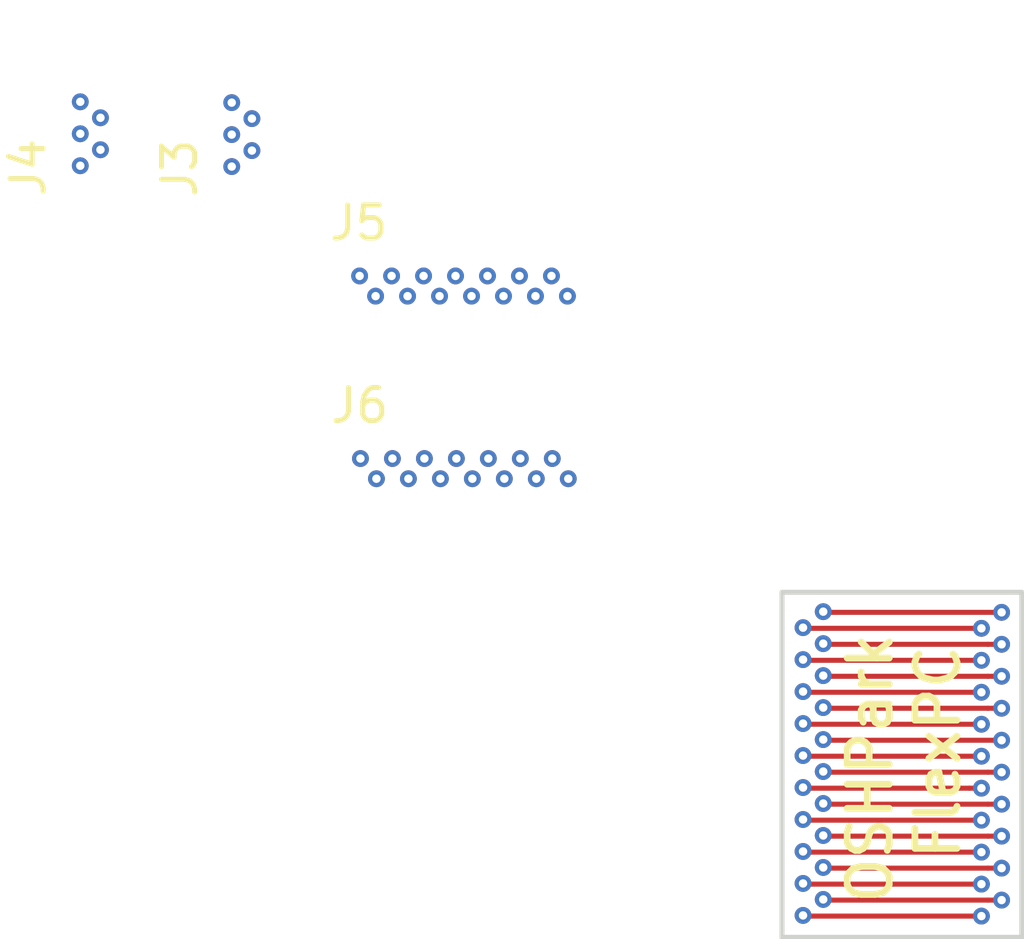
<source format=kicad_pcb>
(kicad_pcb (version 20171130) (host pcbnew "(5.1.0)-1")

  (general
    (thickness 1.6)
    (drawings 5)
    (tracks 29)
    (zones 0)
    (modules 6)
    (nets 40)
  )

  (page A4)
  (layers
    (0 F.Cu signal)
    (31 B.Cu signal)
    (32 B.Adhes user)
    (33 F.Adhes user)
    (34 B.Paste user)
    (35 F.Paste user)
    (36 B.SilkS user)
    (37 F.SilkS user)
    (38 B.Mask user)
    (39 F.Mask user)
    (40 Dwgs.User user)
    (41 Cmts.User user)
    (42 Eco1.User user)
    (43 Eco2.User user)
    (44 Edge.Cuts user)
    (45 Margin user)
    (46 B.CrtYd user)
    (47 F.CrtYd user)
    (48 B.Fab user)
    (49 F.Fab user)
  )

  (setup
    (last_trace_width 0.1524)
    (user_trace_width 0.1524)
    (user_trace_width 0.2032)
    (trace_clearance 0.127)
    (zone_clearance 0.508)
    (zone_45_only no)
    (trace_min 0.1524)
    (via_size 0.508)
    (via_drill 0.254)
    (via_min_size 0.508)
    (via_min_drill 0.254)
    (uvia_size 0.3)
    (uvia_drill 0.1)
    (uvias_allowed no)
    (uvia_min_size 0.2)
    (uvia_min_drill 0.1)
    (edge_width 0.15)
    (segment_width 0.2)
    (pcb_text_width 0.3)
    (pcb_text_size 1.5 1.5)
    (mod_edge_width 0.15)
    (mod_text_size 1 1)
    (mod_text_width 0.15)
    (pad_size 1.524 1.524)
    (pad_drill 0.762)
    (pad_to_mask_clearance 0.051)
    (solder_mask_min_width 0.25)
    (aux_axis_origin 0 0)
    (visible_elements 7FFFFFFF)
    (pcbplotparams
      (layerselection 0x010fc_ffffffff)
      (usegerberextensions false)
      (usegerberattributes false)
      (usegerberadvancedattributes false)
      (creategerberjobfile false)
      (excludeedgelayer true)
      (linewidth 0.100000)
      (plotframeref false)
      (viasonmask false)
      (mode 1)
      (useauxorigin false)
      (hpglpennumber 1)
      (hpglpenspeed 20)
      (hpglpendiameter 15.000000)
      (psnegative false)
      (psa4output false)
      (plotreference true)
      (plotvalue true)
      (plotinvisibletext false)
      (padsonsilk false)
      (subtractmaskfromsilk false)
      (outputformat 1)
      (mirror false)
      (drillshape 1)
      (scaleselection 1)
      (outputdirectory ""))
  )

  (net 0 "")
  (net 1 "Net-(J1-Pad1)")
  (net 2 "Net-(J1-Pad2)")
  (net 3 "Net-(J1-Pad3)")
  (net 4 "Net-(J1-Pad4)")
  (net 5 "Net-(J1-Pad5)")
  (net 6 "Net-(J1-Pad6)")
  (net 7 "Net-(J1-Pad7)")
  (net 8 "Net-(J1-Pad8)")
  (net 9 "Net-(J1-Pad9)")
  (net 10 "Net-(J1-Pad10)")
  (net 11 "Net-(J1-Pad11)")
  (net 12 "Net-(J1-Pad12)")
  (net 13 "Net-(J1-Pad13)")
  (net 14 "Net-(J1-Pad14)")
  (net 15 "Net-(J1-Pad15)")
  (net 16 "Net-(J1-Pad16)")
  (net 17 "Net-(J1-Pad17)")
  (net 18 "Net-(J1-Pad18)")
  (net 19 "Net-(J1-Pad19)")
  (net 20 "Net-(J1-Pad20)")
  (net 21 "Net-(J3-Pad5)")
  (net 22 "Net-(J3-Pad3)")
  (net 23 "Net-(J3-Pad4)")
  (net 24 "Net-(J3-Pad1)")
  (net 25 "Net-(J3-Pad2)")
  (net 26 "Net-(J5-Pad14)")
  (net 27 "Net-(J5-Pad13)")
  (net 28 "Net-(J5-Pad12)")
  (net 29 "Net-(J5-Pad11)")
  (net 30 "Net-(J5-Pad10)")
  (net 31 "Net-(J5-Pad9)")
  (net 32 "Net-(J5-Pad8)")
  (net 33 "Net-(J5-Pad7)")
  (net 34 "Net-(J5-Pad6)")
  (net 35 "Net-(J5-Pad5)")
  (net 36 "Net-(J5-Pad4)")
  (net 37 "Net-(J5-Pad3)")
  (net 38 "Net-(J5-Pad2)")
  (net 39 "Net-(J5-Pad1)")

  (net_class Default "This is the default net class."
    (clearance 0.127)
    (trace_width 0.1524)
    (via_dia 0.508)
    (via_drill 0.254)
    (uvia_dia 0.3)
    (uvia_drill 0.1)
    (add_net "Net-(J1-Pad1)")
    (add_net "Net-(J1-Pad10)")
    (add_net "Net-(J1-Pad11)")
    (add_net "Net-(J1-Pad12)")
    (add_net "Net-(J1-Pad13)")
    (add_net "Net-(J1-Pad14)")
    (add_net "Net-(J1-Pad15)")
    (add_net "Net-(J1-Pad16)")
    (add_net "Net-(J1-Pad17)")
    (add_net "Net-(J1-Pad18)")
    (add_net "Net-(J1-Pad19)")
    (add_net "Net-(J1-Pad2)")
    (add_net "Net-(J1-Pad20)")
    (add_net "Net-(J1-Pad3)")
    (add_net "Net-(J1-Pad4)")
    (add_net "Net-(J1-Pad5)")
    (add_net "Net-(J1-Pad6)")
    (add_net "Net-(J1-Pad7)")
    (add_net "Net-(J1-Pad8)")
    (add_net "Net-(J1-Pad9)")
    (add_net "Net-(J3-Pad1)")
    (add_net "Net-(J3-Pad2)")
    (add_net "Net-(J3-Pad3)")
    (add_net "Net-(J3-Pad4)")
    (add_net "Net-(J3-Pad5)")
    (add_net "Net-(J5-Pad1)")
    (add_net "Net-(J5-Pad10)")
    (add_net "Net-(J5-Pad11)")
    (add_net "Net-(J5-Pad12)")
    (add_net "Net-(J5-Pad13)")
    (add_net "Net-(J5-Pad14)")
    (add_net "Net-(J5-Pad2)")
    (add_net "Net-(J5-Pad3)")
    (add_net "Net-(J5-Pad4)")
    (add_net "Net-(J5-Pad5)")
    (add_net "Net-(J5-Pad6)")
    (add_net "Net-(J5-Pad7)")
    (add_net "Net-(J5-Pad8)")
    (add_net "Net-(J5-Pad9)")
  )

  (module .Connector:B2B_Flex_14_Dual_Row_38milx24mil_Hole_10milx20mil (layer F.Cu) (tedit 5C2C5B2C) (tstamp 5CC273E4)
    (at 26.6446 26.1874)
    (path /5CC82349)
    (fp_text reference J6 (at -0.0254 -1.6002) (layer F.SilkS)
      (effects (font (size 1 1) (thickness 0.15)))
    )
    (fp_text value Conn_01x14 (at 0.3556 3.048) (layer F.Fab)
      (effects (font (size 1 1) (thickness 0.15)))
    )
    (pad 14 thru_hole circle (at 6.273793 0.6096) (size 0.508 0.508) (drill 0.254) (layers *.Cu *.Mask)
      (net 26 "Net-(J5-Pad14)") (zone_connect 0))
    (pad 13 thru_hole circle (at 5.791194 0) (size 0.508 0.508) (drill 0.254) (layers *.Cu *.Mask)
      (net 27 "Net-(J5-Pad13)") (zone_connect 0))
    (pad 12 thru_hole circle (at 5.308594 0.6096) (size 0.508 0.508) (drill 0.254) (layers *.Cu *.Mask)
      (net 28 "Net-(J5-Pad12)") (zone_connect 0))
    (pad 11 thru_hole circle (at 4.825995 0) (size 0.508 0.508) (drill 0.254) (layers *.Cu *.Mask)
      (net 29 "Net-(J5-Pad11)") (zone_connect 0))
    (pad 10 thru_hole circle (at 4.343395 0.6096) (size 0.508 0.508) (drill 0.254) (layers *.Cu *.Mask)
      (net 30 "Net-(J5-Pad10)") (zone_connect 0))
    (pad 9 thru_hole circle (at 3.860796 0) (size 0.508 0.508) (drill 0.254) (layers *.Cu *.Mask)
      (net 31 "Net-(J5-Pad9)") (zone_connect 0))
    (pad 8 thru_hole circle (at 3.378196 0.6096) (size 0.508 0.508) (drill 0.254) (layers *.Cu *.Mask)
      (net 32 "Net-(J5-Pad8)") (zone_connect 0))
    (pad 7 thru_hole circle (at 2.895597 0) (size 0.508 0.508) (drill 0.254) (layers *.Cu *.Mask)
      (net 33 "Net-(J5-Pad7)") (zone_connect 0))
    (pad 6 thru_hole circle (at 2.412997 0.6096) (size 0.508 0.508) (drill 0.254) (layers *.Cu *.Mask)
      (net 34 "Net-(J5-Pad6)") (zone_connect 0))
    (pad 5 thru_hole circle (at 1.930398 0) (size 0.508 0.508) (drill 0.254) (layers *.Cu *.Mask)
      (net 35 "Net-(J5-Pad5)") (zone_connect 0))
    (pad 4 thru_hole circle (at 1.447798 0.6096) (size 0.508 0.508) (drill 0.254) (layers *.Cu *.Mask)
      (net 36 "Net-(J5-Pad4)") (zone_connect 0))
    (pad 3 thru_hole circle (at 0.965199 0) (size 0.508 0.508) (drill 0.254) (layers *.Cu *.Mask)
      (net 37 "Net-(J5-Pad3)") (zone_connect 0))
    (pad 2 thru_hole circle (at 0.482599 0.6096) (size 0.508 0.508) (drill 0.254) (layers *.Cu *.Mask)
      (net 38 "Net-(J5-Pad2)") (zone_connect 0))
    (pad 1 thru_hole circle (at 0 0) (size 0.508 0.508) (drill 0.254) (layers *.Cu *.Mask)
      (net 39 "Net-(J5-Pad1)") (zone_connect 0))
  )

  (module .Connector:B2B_Flex_14_Dual_Row_38milx24mil_Hole_10milx20mil (layer F.Cu) (tedit 5C2C5B2C) (tstamp 5CC273D2)
    (at 26.6192 20.6756)
    (path /5CC847F7)
    (fp_text reference J5 (at -0.0254 -1.6002) (layer F.SilkS)
      (effects (font (size 1 1) (thickness 0.15)))
    )
    (fp_text value Conn_01x14 (at 0.3556 3.048) (layer F.Fab)
      (effects (font (size 1 1) (thickness 0.15)))
    )
    (pad 14 thru_hole circle (at 6.273793 0.6096) (size 0.508 0.508) (drill 0.254) (layers *.Cu *.Mask)
      (net 26 "Net-(J5-Pad14)") (zone_connect 0))
    (pad 13 thru_hole circle (at 5.791194 0) (size 0.508 0.508) (drill 0.254) (layers *.Cu *.Mask)
      (net 27 "Net-(J5-Pad13)") (zone_connect 0))
    (pad 12 thru_hole circle (at 5.308594 0.6096) (size 0.508 0.508) (drill 0.254) (layers *.Cu *.Mask)
      (net 28 "Net-(J5-Pad12)") (zone_connect 0))
    (pad 11 thru_hole circle (at 4.825995 0) (size 0.508 0.508) (drill 0.254) (layers *.Cu *.Mask)
      (net 29 "Net-(J5-Pad11)") (zone_connect 0))
    (pad 10 thru_hole circle (at 4.343395 0.6096) (size 0.508 0.508) (drill 0.254) (layers *.Cu *.Mask)
      (net 30 "Net-(J5-Pad10)") (zone_connect 0))
    (pad 9 thru_hole circle (at 3.860796 0) (size 0.508 0.508) (drill 0.254) (layers *.Cu *.Mask)
      (net 31 "Net-(J5-Pad9)") (zone_connect 0))
    (pad 8 thru_hole circle (at 3.378196 0.6096) (size 0.508 0.508) (drill 0.254) (layers *.Cu *.Mask)
      (net 32 "Net-(J5-Pad8)") (zone_connect 0))
    (pad 7 thru_hole circle (at 2.895597 0) (size 0.508 0.508) (drill 0.254) (layers *.Cu *.Mask)
      (net 33 "Net-(J5-Pad7)") (zone_connect 0))
    (pad 6 thru_hole circle (at 2.412997 0.6096) (size 0.508 0.508) (drill 0.254) (layers *.Cu *.Mask)
      (net 34 "Net-(J5-Pad6)") (zone_connect 0))
    (pad 5 thru_hole circle (at 1.930398 0) (size 0.508 0.508) (drill 0.254) (layers *.Cu *.Mask)
      (net 35 "Net-(J5-Pad5)") (zone_connect 0))
    (pad 4 thru_hole circle (at 1.447798 0.6096) (size 0.508 0.508) (drill 0.254) (layers *.Cu *.Mask)
      (net 36 "Net-(J5-Pad4)") (zone_connect 0))
    (pad 3 thru_hole circle (at 0.965199 0) (size 0.508 0.508) (drill 0.254) (layers *.Cu *.Mask)
      (net 37 "Net-(J5-Pad3)") (zone_connect 0))
    (pad 2 thru_hole circle (at 0.482599 0.6096) (size 0.508 0.508) (drill 0.254) (layers *.Cu *.Mask)
      (net 38 "Net-(J5-Pad2)") (zone_connect 0))
    (pad 1 thru_hole circle (at 0 0) (size 0.508 0.508) (drill 0.254) (layers *.Cu *.Mask)
      (net 39 "Net-(J5-Pad1)") (zone_connect 0))
  )

  (module .Connector:B2B_Flex_05_Dual_Row_38milx24mil_Hole_20mil (layer F.Cu) (tedit 5CC220E5) (tstamp 5CC273C0)
    (at 18.2118 17.3736 90)
    (path /5CC945E9)
    (fp_text reference J4 (at -0.0254 -1.6002 90) (layer F.SilkS)
      (effects (font (size 1 1) (thickness 0.15)))
    )
    (fp_text value Conn_01x05 (at 0.3556 3.048 90) (layer F.Fab)
      (effects (font (size 1 1) (thickness 0.15)))
    )
    (pad 5 thru_hole circle (at 1.955398 -0.025 90) (size 0.508 0.508) (drill 0.254) (layers *.Cu *.Mask)
      (net 21 "Net-(J3-Pad5)") (zone_connect 0))
    (pad 3 thru_hole circle (at 0.990199 -0.025 90) (size 0.508 0.508) (drill 0.254) (layers *.Cu *.Mask)
      (net 22 "Net-(J3-Pad3)") (zone_connect 0))
    (pad 4 thru_hole circle (at 1.472798 0.5846 90) (size 0.508 0.508) (drill 0.254) (layers *.Cu *.Mask)
      (net 23 "Net-(J3-Pad4)") (zone_connect 0))
    (pad 1 thru_hole circle (at 0.025 -0.025 90) (size 0.508 0.508) (drill 0.254) (layers *.Cu *.Mask)
      (net 24 "Net-(J3-Pad1)") (zone_connect 0))
    (pad 2 thru_hole circle (at 0.507599 0.5846 90) (size 0.508 0.508) (drill 0.254) (layers *.Cu *.Mask)
      (net 25 "Net-(J3-Pad2)") (zone_connect 0))
  )

  (module .Connector:B2B_Flex_05_Dual_Row_38milx24mil_Hole_20mil (layer F.Cu) (tedit 5CC220E5) (tstamp 5CC273B7)
    (at 22.7838 17.399 90)
    (path /5CC950E2)
    (fp_text reference J3 (at -0.0254 -1.6002 90) (layer F.SilkS)
      (effects (font (size 1 1) (thickness 0.15)))
    )
    (fp_text value Conn_01x05 (at 0.3556 3.048 90) (layer F.Fab)
      (effects (font (size 1 1) (thickness 0.15)))
    )
    (pad 5 thru_hole circle (at 1.955398 -0.025 90) (size 0.508 0.508) (drill 0.254) (layers *.Cu *.Mask)
      (net 21 "Net-(J3-Pad5)") (zone_connect 0))
    (pad 3 thru_hole circle (at 0.990199 -0.025 90) (size 0.508 0.508) (drill 0.254) (layers *.Cu *.Mask)
      (net 22 "Net-(J3-Pad3)") (zone_connect 0))
    (pad 4 thru_hole circle (at 1.472798 0.5846 90) (size 0.508 0.508) (drill 0.254) (layers *.Cu *.Mask)
      (net 23 "Net-(J3-Pad4)") (zone_connect 0))
    (pad 1 thru_hole circle (at 0.025 -0.025 90) (size 0.508 0.508) (drill 0.254) (layers *.Cu *.Mask)
      (net 24 "Net-(J3-Pad1)") (zone_connect 0))
    (pad 2 thru_hole circle (at 0.507599 0.5846 90) (size 0.508 0.508) (drill 0.254) (layers *.Cu *.Mask)
      (net 25 "Net-(J3-Pad2)") (zone_connect 0))
  )

  (module .Connector:B2B_Flex_20_Dual_Row_38milx24mil_Hole_10milx20mil (layer F.Cu) (tedit 5C2FE264) (tstamp 5C30D1DB)
    (at 40.6146 30.8102 270)
    (path /5C4237CC)
    (fp_text reference J2 (at -0.0254 -1.6002 270) (layer F.SilkS) hide
      (effects (font (size 1 1) (thickness 0.15)))
    )
    (fp_text value Conn_01x20 (at 0.3556 3.048 270) (layer F.Fab)
      (effects (font (size 1 1) (thickness 0.15)))
    )
    (pad 20 thru_hole circle (at 9.16939 0.6096 270) (size 0.508 0.508) (drill 0.254) (layers *.Cu *.Mask)
      (net 20 "Net-(J1-Pad20)") (zone_connect 0))
    (pad 19 thru_hole circle (at 8.686791 0 270) (size 0.508 0.508) (drill 0.254) (layers *.Cu *.Mask)
      (net 19 "Net-(J1-Pad19)") (zone_connect 0))
    (pad 18 thru_hole circle (at 8.204191 0.6096 270) (size 0.508 0.508) (drill 0.254) (layers *.Cu *.Mask)
      (net 18 "Net-(J1-Pad18)") (zone_connect 0))
    (pad 17 thru_hole circle (at 7.721592 0 270) (size 0.508 0.508) (drill 0.254) (layers *.Cu *.Mask)
      (net 17 "Net-(J1-Pad17)") (zone_connect 0))
    (pad 16 thru_hole circle (at 7.238992 0.6096 270) (size 0.508 0.508) (drill 0.254) (layers *.Cu *.Mask)
      (net 16 "Net-(J1-Pad16)") (zone_connect 0))
    (pad 15 thru_hole circle (at 6.756393 0 270) (size 0.508 0.508) (drill 0.254) (layers *.Cu *.Mask)
      (net 15 "Net-(J1-Pad15)") (zone_connect 0))
    (pad 14 thru_hole circle (at 6.273793 0.6096 270) (size 0.508 0.508) (drill 0.254) (layers *.Cu *.Mask)
      (net 14 "Net-(J1-Pad14)") (zone_connect 0))
    (pad 13 thru_hole circle (at 5.791194 0 270) (size 0.508 0.508) (drill 0.254) (layers *.Cu *.Mask)
      (net 13 "Net-(J1-Pad13)") (zone_connect 0))
    (pad 12 thru_hole circle (at 5.308594 0.6096 270) (size 0.508 0.508) (drill 0.254) (layers *.Cu *.Mask)
      (net 12 "Net-(J1-Pad12)") (zone_connect 0))
    (pad 11 thru_hole circle (at 4.825995 0 270) (size 0.508 0.508) (drill 0.254) (layers *.Cu *.Mask)
      (net 11 "Net-(J1-Pad11)") (zone_connect 0))
    (pad 10 thru_hole circle (at 4.343395 0.6096 270) (size 0.508 0.508) (drill 0.254) (layers *.Cu *.Mask)
      (net 10 "Net-(J1-Pad10)") (zone_connect 0))
    (pad 9 thru_hole circle (at 3.860796 0 270) (size 0.508 0.508) (drill 0.254) (layers *.Cu *.Mask)
      (net 9 "Net-(J1-Pad9)") (zone_connect 0))
    (pad 8 thru_hole circle (at 3.378196 0.6096 270) (size 0.508 0.508) (drill 0.254) (layers *.Cu *.Mask)
      (net 8 "Net-(J1-Pad8)") (zone_connect 0))
    (pad 7 thru_hole circle (at 2.895597 0 270) (size 0.508 0.508) (drill 0.254) (layers *.Cu *.Mask)
      (net 7 "Net-(J1-Pad7)") (zone_connect 0))
    (pad 6 thru_hole circle (at 2.412997 0.6096 270) (size 0.508 0.508) (drill 0.254) (layers *.Cu *.Mask)
      (net 6 "Net-(J1-Pad6)") (zone_connect 0))
    (pad 5 thru_hole circle (at 1.930398 0 270) (size 0.508 0.508) (drill 0.254) (layers *.Cu *.Mask)
      (net 5 "Net-(J1-Pad5)") (zone_connect 0))
    (pad 4 thru_hole circle (at 1.447798 0.6096 270) (size 0.508 0.508) (drill 0.254) (layers *.Cu *.Mask)
      (net 4 "Net-(J1-Pad4)") (zone_connect 0))
    (pad 3 thru_hole circle (at 0.965199 0 270) (size 0.508 0.508) (drill 0.254) (layers *.Cu *.Mask)
      (net 3 "Net-(J1-Pad3)") (zone_connect 0))
    (pad 2 thru_hole circle (at 0.482599 0.6096 270) (size 0.508 0.508) (drill 0.254) (layers *.Cu *.Mask)
      (net 2 "Net-(J1-Pad2)") (zone_connect 0))
    (pad 1 thru_hole circle (at 0 0 270) (size 0.508 0.508) (drill 0.254) (layers *.Cu *.Mask)
      (net 1 "Net-(J1-Pad1)") (zone_connect 0))
  )

  (module .Connector:B2B_Flex_20_Dual_Row_38milx24mil_Hole_10milx20mil (layer F.Cu) (tedit 5C2FE260) (tstamp 5C30D1C3)
    (at 46 30.83061 270)
    (path /5C423782)
    (fp_text reference J1 (at -1.44281 -0.4312) (layer F.SilkS) hide
      (effects (font (size 1 1) (thickness 0.15)))
    )
    (fp_text value Conn_01x20 (at 0.3556 3.048 270) (layer F.Fab)
      (effects (font (size 1 1) (thickness 0.15)))
    )
    (pad 1 thru_hole circle (at 0 0 270) (size 0.508 0.508) (drill 0.254) (layers *.Cu *.Mask)
      (net 1 "Net-(J1-Pad1)") (zone_connect 0))
    (pad 2 thru_hole circle (at 0.482599 0.6096 270) (size 0.508 0.508) (drill 0.254) (layers *.Cu *.Mask)
      (net 2 "Net-(J1-Pad2)") (zone_connect 0))
    (pad 3 thru_hole circle (at 0.965199 0 270) (size 0.508 0.508) (drill 0.254) (layers *.Cu *.Mask)
      (net 3 "Net-(J1-Pad3)") (zone_connect 0))
    (pad 4 thru_hole circle (at 1.447798 0.6096 270) (size 0.508 0.508) (drill 0.254) (layers *.Cu *.Mask)
      (net 4 "Net-(J1-Pad4)") (zone_connect 0))
    (pad 5 thru_hole circle (at 1.930398 0 270) (size 0.508 0.508) (drill 0.254) (layers *.Cu *.Mask)
      (net 5 "Net-(J1-Pad5)") (zone_connect 0))
    (pad 6 thru_hole circle (at 2.412997 0.6096 270) (size 0.508 0.508) (drill 0.254) (layers *.Cu *.Mask)
      (net 6 "Net-(J1-Pad6)") (zone_connect 0))
    (pad 7 thru_hole circle (at 2.895597 0 270) (size 0.508 0.508) (drill 0.254) (layers *.Cu *.Mask)
      (net 7 "Net-(J1-Pad7)") (zone_connect 0))
    (pad 8 thru_hole circle (at 3.378196 0.6096 270) (size 0.508 0.508) (drill 0.254) (layers *.Cu *.Mask)
      (net 8 "Net-(J1-Pad8)") (zone_connect 0))
    (pad 9 thru_hole circle (at 3.860796 0 270) (size 0.508 0.508) (drill 0.254) (layers *.Cu *.Mask)
      (net 9 "Net-(J1-Pad9)") (zone_connect 0))
    (pad 10 thru_hole circle (at 4.343395 0.6096 270) (size 0.508 0.508) (drill 0.254) (layers *.Cu *.Mask)
      (net 10 "Net-(J1-Pad10)") (zone_connect 0))
    (pad 11 thru_hole circle (at 4.825995 0 270) (size 0.508 0.508) (drill 0.254) (layers *.Cu *.Mask)
      (net 11 "Net-(J1-Pad11)") (zone_connect 0))
    (pad 12 thru_hole circle (at 5.308594 0.6096 270) (size 0.508 0.508) (drill 0.254) (layers *.Cu *.Mask)
      (net 12 "Net-(J1-Pad12)") (zone_connect 0))
    (pad 13 thru_hole circle (at 5.791194 0 270) (size 0.508 0.508) (drill 0.254) (layers *.Cu *.Mask)
      (net 13 "Net-(J1-Pad13)") (zone_connect 0))
    (pad 14 thru_hole circle (at 6.273793 0.6096 270) (size 0.508 0.508) (drill 0.254) (layers *.Cu *.Mask)
      (net 14 "Net-(J1-Pad14)") (zone_connect 0))
    (pad 15 thru_hole circle (at 6.756393 0 270) (size 0.508 0.508) (drill 0.254) (layers *.Cu *.Mask)
      (net 15 "Net-(J1-Pad15)") (zone_connect 0))
    (pad 16 thru_hole circle (at 7.238992 0.6096 270) (size 0.508 0.508) (drill 0.254) (layers *.Cu *.Mask)
      (net 16 "Net-(J1-Pad16)") (zone_connect 0))
    (pad 17 thru_hole circle (at 7.721592 0 270) (size 0.508 0.508) (drill 0.254) (layers *.Cu *.Mask)
      (net 17 "Net-(J1-Pad17)") (zone_connect 0))
    (pad 18 thru_hole circle (at 8.204191 0.6096 270) (size 0.508 0.508) (drill 0.254) (layers *.Cu *.Mask)
      (net 18 "Net-(J1-Pad18)") (zone_connect 0))
    (pad 19 thru_hole circle (at 8.686791 0 270) (size 0.508 0.508) (drill 0.254) (layers *.Cu *.Mask)
      (net 19 "Net-(J1-Pad19)") (zone_connect 0))
    (pad 20 thru_hole circle (at 9.16939 0.6096 270) (size 0.508 0.508) (drill 0.254) (layers *.Cu *.Mask)
      (net 20 "Net-(J1-Pad20)") (zone_connect 0))
  )

  (gr_text "OSHPark \nFlexPC" (at 43.053 35.052 90) (layer F.SilkS)
    (effects (font (size 1.27 1.27) (thickness 0.2032)))
  )
  (gr_line (start 46.609 30.226) (end 39.37 30.226) (layer Edge.Cuts) (width 0.15))
  (gr_line (start 46.609 40.64) (end 46.609 30.226) (layer Edge.Cuts) (width 0.15))
  (gr_line (start 39.37 40.64) (end 46.609 40.64) (layer Edge.Cuts) (width 0.15))
  (gr_line (start 39.37 30.226) (end 39.37 40.64) (layer Edge.Cuts) (width 0.15))

  (segment (start 40.6096 30.83061) (end 46 30.83061) (width 0.1524) (layer F.Cu) (net 1))
  (segment (start 45.3904 31.313209) (end 40 31.313209) (width 0.1524) (layer F.Cu) (net 2))
  (segment (start 45.584458 31.795809) (end 46 31.795809) (width 0.1524) (layer F.Cu) (net 3))
  (segment (start 40.6096 31.795809) (end 45.584458 31.795809) (width 0.1524) (layer F.Cu) (net 3))
  (segment (start 45.3904 32.278408) (end 40 32.278408) (width 0.1524) (layer F.Cu) (net 4))
  (segment (start 45.584458 32.761008) (end 46 32.761008) (width 0.1524) (layer F.Cu) (net 5))
  (segment (start 40.6096 32.761008) (end 45.584458 32.761008) (width 0.1524) (layer F.Cu) (net 5))
  (segment (start 45.3904 33.243607) (end 40 33.243607) (width 0.1524) (layer F.Cu) (net 6))
  (segment (start 45.584458 33.726207) (end 46 33.726207) (width 0.1524) (layer F.Cu) (net 7))
  (segment (start 40.6096 33.726207) (end 45.584458 33.726207) (width 0.1524) (layer F.Cu) (net 7))
  (segment (start 45.3904 34.208806) (end 40 34.208806) (width 0.1524) (layer F.Cu) (net 8))
  (segment (start 40.6096 34.691406) (end 46 34.691406) (width 0.1524) (layer F.Cu) (net 9))
  (segment (start 45.3904 35.174005) (end 40 35.174005) (width 0.1524) (layer F.Cu) (net 10))
  (segment (start 45.584459 35.656605) (end 46 35.656605) (width 0.1524) (layer F.Cu) (net 11))
  (segment (start 40.6096 35.656605) (end 45.584459 35.656605) (width 0.1524) (layer F.Cu) (net 11))
  (segment (start 45.03119 36.139204) (end 40 36.139204) (width 0.1524) (layer F.Cu) (net 12))
  (segment (start 45.3904 36.139204) (end 45.03119 36.139204) (width 0.1524) (layer F.Cu) (net 12))
  (segment (start 45.584458 36.621804) (end 46 36.621804) (width 0.1524) (layer F.Cu) (net 13))
  (segment (start 40.6096 36.621804) (end 45.584458 36.621804) (width 0.1524) (layer F.Cu) (net 13))
  (segment (start 45.3904 37.104403) (end 40 37.104403) (width 0.1524) (layer F.Cu) (net 14))
  (segment (start 45.584458 37.587003) (end 46 37.587003) (width 0.1524) (layer F.Cu) (net 15))
  (segment (start 40.6096 37.587003) (end 45.584458 37.587003) (width 0.1524) (layer F.Cu) (net 15))
  (segment (start 45.3904 38.069602) (end 40 38.069602) (width 0.1524) (layer F.Cu) (net 16))
  (segment (start 45.584459 38.552202) (end 46 38.552202) (width 0.1524) (layer F.Cu) (net 17))
  (segment (start 40.6096 38.552202) (end 45.584459 38.552202) (width 0.1524) (layer F.Cu) (net 17))
  (segment (start 45.3904 39.034801) (end 40 39.034801) (width 0.1524) (layer F.Cu) (net 18))
  (segment (start 45.584459 39.517401) (end 46 39.517401) (width 0.1524) (layer F.Cu) (net 19))
  (segment (start 40.6096 39.517401) (end 45.584459 39.517401) (width 0.1524) (layer F.Cu) (net 19))
  (segment (start 45.3904 40) (end 40 40) (width 0.1524) (layer F.Cu) (net 20))

)

</source>
